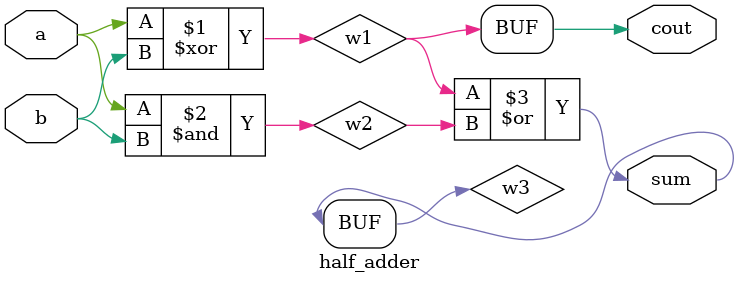
<source format=v>
module half_adder( 
input a, b,
output cout, sum );

wire w1, w2, w3;

// The first gate is an XOR gate, which is a logic gate that outputs 1 if the inputs are different, and 0 if they are the same.
xor ( w1, a, b );

// The second gate is an AND gate, which is a logic gate that outputs 1 if both inputs are 1.
and ( w2, a, b );

// The third gate is an OR gate, which is a logic gate that outputs 1 if at least one input is 1.
or ( w3, w1, w2 );

// The last two lines connect the wire w1 to the output cout, and the wire w3 to the output sum.
assign cout = w1;
assign sum = w3;

endmodule

</source>
